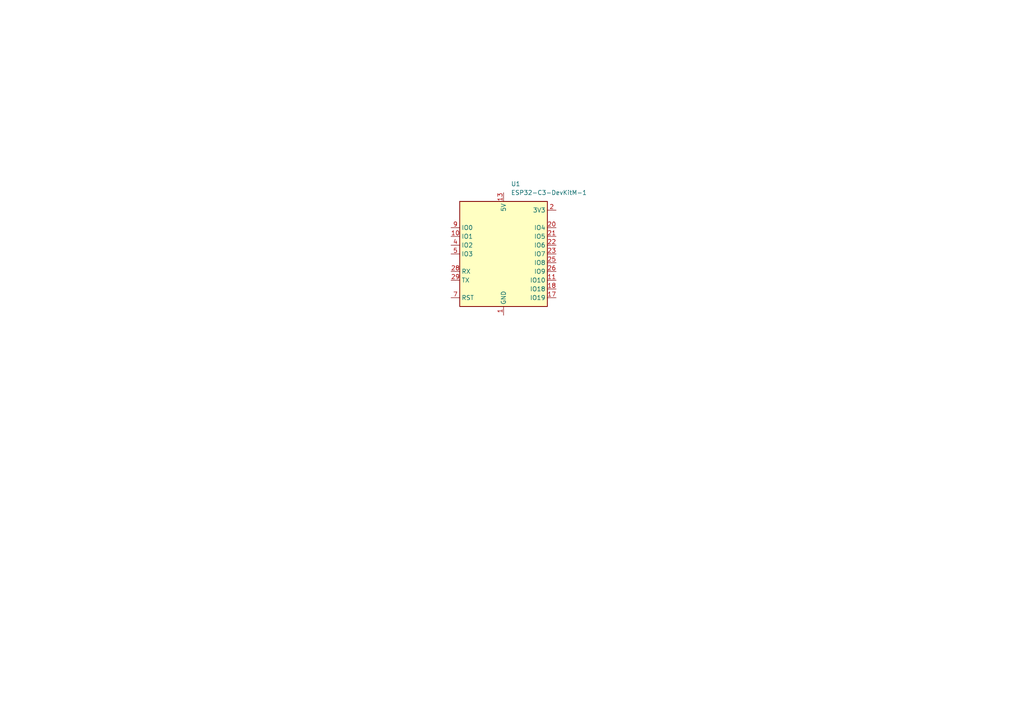
<source format=kicad_sch>
(kicad_sch (version 20250114) (generator "eeschema") (generator_version "9.0")
  (paper "A4")
  (lib_symbols
    (symbol "RF_Module:ESP32-C3-DevKitM-1"
      (property "Reference" "U" (at 7.62 16.51 0))
      (property "Value" "ESP32-C3-DevKitM-1" (at 11.684 -16.764 0))
      (symbol "ESP32-C3-DevKitM-1_1_1"
        (rectangle (start -12.7 15.24) (end 12.7 -15.24) (stroke (width 0.254)) (fill (type background)))
        (pin bidirectional line (at -15.24 7.62 0) (length 2.54) (name "IO0") (number "9"))
        (pin bidirectional line (at -15.24 5.08 0) (length 2.54) (name "IO1") (number "10"))
        (pin bidirectional line (at -15.24 2.54 0) (length 2.54) (name "IO2") (number "4"))
        (pin bidirectional line (at -15.24 0 0) (length 2.54) (name "IO3") (number "5"))
        (pin input line (at -15.24 -5.08 0) (length 2.54) (name "RX") (number "28"))
        (pin output line (at -15.24 -7.62 0) (length 2.54) (name "TX") (number "29"))
        (pin input line (at -15.24 -12.7 0) (length 2.54) (name "RST") (number "7"))
        (pin passive line (at 0 17.78 270) (length 2.54) (name "5V") (number "13"))
        (pin passive line (at 0 17.78 270) (length 2.54) (hide yes) (name "5V") (number "14"))
        (pin power_in line (at 0 -17.78 90) (length 2.54) (name "GND") (number "1"))
        (pin passive line (at 0 -17.78 90) (length 2.54) (hide yes) (name "GND") (number "12"))
        (pin passive line (at 0 -17.78 90) (length 2.54) (hide yes) (name "GND") (number "15"))
        (pin passive line (at 0 -17.78 90) (length 2.54) (hide yes) (name "GND") (number "16"))
        (pin passive line (at 0 -17.78 90) (length 2.54) (hide yes) (name "GND") (number "19"))
        (pin passive line (at 0 -17.78 90) (length 2.54) (hide yes) (name "GND") (number "24"))
        (pin passive line (at 0 -17.78 90) (length 2.54) (hide yes) (name "GND") (number "27"))
        (pin passive line (at 0 -17.78 90) (length 2.54) (hide yes) (name "GND") (number "30"))
        (pin passive line (at 0 -17.78 90) (length 2.54) (hide yes) (name "GND") (number "6"))
        (pin passive line (at 0 -17.78 90) (length 2.54) (hide yes) (name "GND") (number "8"))
        (pin power_out line (at 15.24 12.7 180) (length 2.54) (name "3V3") (number "2"))
        (pin passive line (at 15.24 12.7 180) (length 2.54) (hide yes) (name "3V3") (number "3"))
        (pin bidirectional line (at 15.24 7.62 180) (length 2.54) (name "IO4") (number "20"))
        (pin bidirectional line (at 15.24 5.08 180) (length 2.54) (name "IO5") (number "21"))
        (pin bidirectional line (at 15.24 2.54 180) (length 2.54) (name "IO6") (number "22"))
        (pin bidirectional line (at 15.24 0 180) (length 2.54) (name "IO7") (number "23"))
        (pin bidirectional line (at 15.24 -2.54 180) (length 2.54) (name "IO8") (number "25"))
        (pin bidirectional line (at 15.24 -5.08 180) (length 2.54) (name "IO9") (number "26"))
        (pin bidirectional line (at 15.24 -7.62 180) (length 2.54) (name "IO10") (number "11"))
        (pin bidirectional line (at 15.24 -10.16 180) (length 2.54) (name "IO18") (number "18"))
        (pin bidirectional line (at 15.24 -12.7 180) (length 2.54) (name "IO19") (number "17"))
      )
    )
  )
  (symbol (lib_id "RF_Module:ESP32-C3-DevKitM-1") (at 146.05 73.66 0) (unit 1)
    (property "Reference" "U1" (at 148.1933 53.34 0) (effects (justify left)))
    (property "Value" "ESP32-C3-DevKitM-1" (at 148.1933 55.88 0) (effects (justify left)))
    (property "Footprint" "RF_Module:ESP32-C3-DevKitM-1" (effects (hide yes)))
    (property "Datasheet" "https://docs.espressif.com/projects/esp-idf/en/latest/esp32c3/hw-reference/esp32c3/user-guide-devkitm-1.html" (effects (hide yes)))
    (property "Description" "Development board featuring ESP32-C3-MINI-1 module" (effects (hide yes)))
  )
)
</source>
